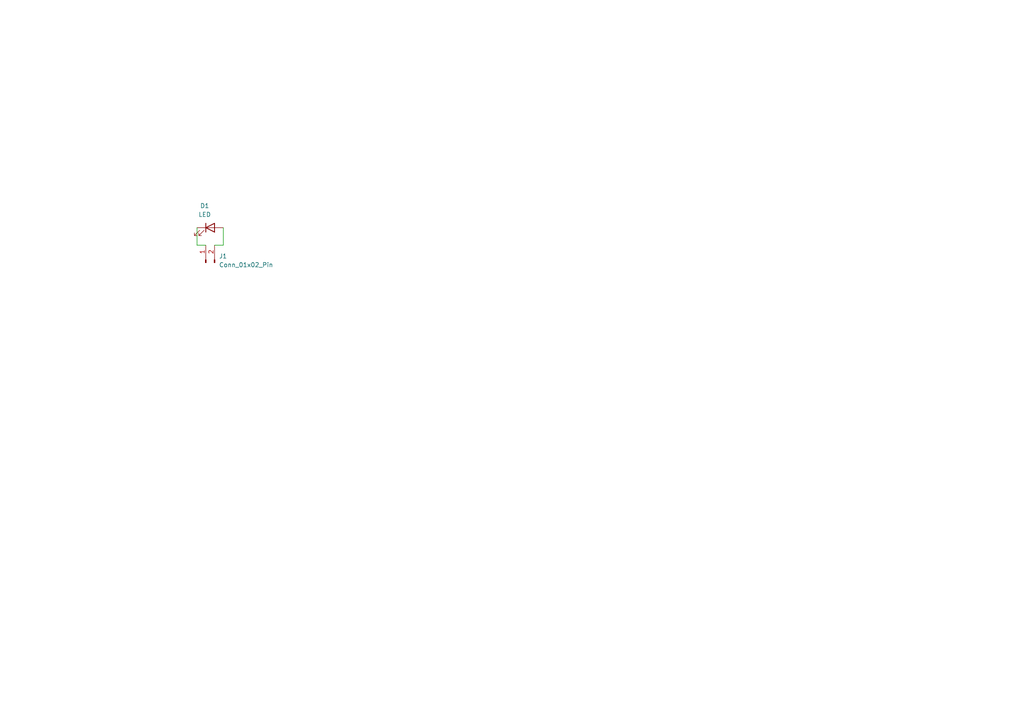
<source format=kicad_sch>
(kicad_sch
	(version 20250114)
	(generator "eeschema")
	(generator_version "9.0")
	(uuid "d648fe7d-645b-4756-a994-29f2f04a19af")
	(paper "A4")
	(lib_symbols
		(symbol "Connector:Conn_01x02_Pin"
			(pin_names
				(offset 1.016)
				(hide yes)
			)
			(exclude_from_sim no)
			(in_bom yes)
			(on_board yes)
			(property "Reference" "J"
				(at 0 2.54 0)
				(effects
					(font
						(size 1.27 1.27)
					)
				)
			)
			(property "Value" "Conn_01x02_Pin"
				(at 0 -5.08 0)
				(effects
					(font
						(size 1.27 1.27)
					)
				)
			)
			(property "Footprint" ""
				(at 0 0 0)
				(effects
					(font
						(size 1.27 1.27)
					)
					(hide yes)
				)
			)
			(property "Datasheet" "~"
				(at 0 0 0)
				(effects
					(font
						(size 1.27 1.27)
					)
					(hide yes)
				)
			)
			(property "Description" "Generic connector, single row, 01x02, script generated"
				(at 0 0 0)
				(effects
					(font
						(size 1.27 1.27)
					)
					(hide yes)
				)
			)
			(property "ki_locked" ""
				(at 0 0 0)
				(effects
					(font
						(size 1.27 1.27)
					)
				)
			)
			(property "ki_keywords" "connector"
				(at 0 0 0)
				(effects
					(font
						(size 1.27 1.27)
					)
					(hide yes)
				)
			)
			(property "ki_fp_filters" "Connector*:*_1x??_*"
				(at 0 0 0)
				(effects
					(font
						(size 1.27 1.27)
					)
					(hide yes)
				)
			)
			(symbol "Conn_01x02_Pin_1_1"
				(rectangle
					(start 0.8636 0.127)
					(end 0 -0.127)
					(stroke
						(width 0.1524)
						(type default)
					)
					(fill
						(type outline)
					)
				)
				(rectangle
					(start 0.8636 -2.413)
					(end 0 -2.667)
					(stroke
						(width 0.1524)
						(type default)
					)
					(fill
						(type outline)
					)
				)
				(polyline
					(pts
						(xy 1.27 0) (xy 0.8636 0)
					)
					(stroke
						(width 0.1524)
						(type default)
					)
					(fill
						(type none)
					)
				)
				(polyline
					(pts
						(xy 1.27 -2.54) (xy 0.8636 -2.54)
					)
					(stroke
						(width 0.1524)
						(type default)
					)
					(fill
						(type none)
					)
				)
				(pin passive line
					(at 5.08 0 180)
					(length 3.81)
					(name "Pin_1"
						(effects
							(font
								(size 1.27 1.27)
							)
						)
					)
					(number "1"
						(effects
							(font
								(size 1.27 1.27)
							)
						)
					)
				)
				(pin passive line
					(at 5.08 -2.54 180)
					(length 3.81)
					(name "Pin_2"
						(effects
							(font
								(size 1.27 1.27)
							)
						)
					)
					(number "2"
						(effects
							(font
								(size 1.27 1.27)
							)
						)
					)
				)
			)
			(embedded_fonts no)
		)
		(symbol "Device:LED"
			(pin_numbers
				(hide yes)
			)
			(pin_names
				(offset 1.016)
				(hide yes)
			)
			(exclude_from_sim no)
			(in_bom yes)
			(on_board yes)
			(property "Reference" "D"
				(at 0 2.54 0)
				(effects
					(font
						(size 1.27 1.27)
					)
				)
			)
			(property "Value" "LED"
				(at 0 -2.54 0)
				(effects
					(font
						(size 1.27 1.27)
					)
				)
			)
			(property "Footprint" ""
				(at 0 0 0)
				(effects
					(font
						(size 1.27 1.27)
					)
					(hide yes)
				)
			)
			(property "Datasheet" "~"
				(at 0 0 0)
				(effects
					(font
						(size 1.27 1.27)
					)
					(hide yes)
				)
			)
			(property "Description" "Light emitting diode"
				(at 0 0 0)
				(effects
					(font
						(size 1.27 1.27)
					)
					(hide yes)
				)
			)
			(property "Sim.Pins" "1=K 2=A"
				(at 0 0 0)
				(effects
					(font
						(size 1.27 1.27)
					)
					(hide yes)
				)
			)
			(property "ki_keywords" "LED diode"
				(at 0 0 0)
				(effects
					(font
						(size 1.27 1.27)
					)
					(hide yes)
				)
			)
			(property "ki_fp_filters" "LED* LED_SMD:* LED_THT:*"
				(at 0 0 0)
				(effects
					(font
						(size 1.27 1.27)
					)
					(hide yes)
				)
			)
			(symbol "LED_0_1"
				(polyline
					(pts
						(xy -3.048 -0.762) (xy -4.572 -2.286) (xy -3.81 -2.286) (xy -4.572 -2.286) (xy -4.572 -1.524)
					)
					(stroke
						(width 0)
						(type default)
					)
					(fill
						(type none)
					)
				)
				(polyline
					(pts
						(xy -1.778 -0.762) (xy -3.302 -2.286) (xy -2.54 -2.286) (xy -3.302 -2.286) (xy -3.302 -1.524)
					)
					(stroke
						(width 0)
						(type default)
					)
					(fill
						(type none)
					)
				)
				(polyline
					(pts
						(xy -1.27 0) (xy 1.27 0)
					)
					(stroke
						(width 0)
						(type default)
					)
					(fill
						(type none)
					)
				)
				(polyline
					(pts
						(xy -1.27 -1.27) (xy -1.27 1.27)
					)
					(stroke
						(width 0.254)
						(type default)
					)
					(fill
						(type none)
					)
				)
				(polyline
					(pts
						(xy 1.27 -1.27) (xy 1.27 1.27) (xy -1.27 0) (xy 1.27 -1.27)
					)
					(stroke
						(width 0.254)
						(type default)
					)
					(fill
						(type none)
					)
				)
			)
			(symbol "LED_1_1"
				(pin passive line
					(at -3.81 0 0)
					(length 2.54)
					(name "K"
						(effects
							(font
								(size 1.27 1.27)
							)
						)
					)
					(number "1"
						(effects
							(font
								(size 1.27 1.27)
							)
						)
					)
				)
				(pin passive line
					(at 3.81 0 180)
					(length 2.54)
					(name "A"
						(effects
							(font
								(size 1.27 1.27)
							)
						)
					)
					(number "2"
						(effects
							(font
								(size 1.27 1.27)
							)
						)
					)
				)
			)
			(embedded_fonts no)
		)
	)
	(wire
		(pts
			(xy 57.15 71.12) (xy 59.69 71.12)
		)
		(stroke
			(width 0)
			(type default)
		)
		(uuid "531de50d-e9d8-479b-920a-282ff3a86fb5")
	)
	(wire
		(pts
			(xy 62.23 71.12) (xy 64.77 71.12)
		)
		(stroke
			(width 0)
			(type default)
		)
		(uuid "ba212b9d-a301-404a-861c-88f36b6fb943")
	)
	(wire
		(pts
			(xy 64.77 71.12) (xy 64.77 66.04)
		)
		(stroke
			(width 0)
			(type default)
		)
		(uuid "c4a76548-7cb1-49b5-b9b9-a9aaaaccbf83")
	)
	(wire
		(pts
			(xy 57.15 66.04) (xy 57.15 71.12)
		)
		(stroke
			(width 0)
			(type default)
		)
		(uuid "fca1b96a-2972-4b8e-bb9d-c1e508b35552")
	)
	(symbol
		(lib_id "Device:LED")
		(at 60.96 66.04 0)
		(unit 1)
		(exclude_from_sim no)
		(in_bom yes)
		(on_board yes)
		(dnp no)
		(fields_autoplaced yes)
		(uuid "362d5330-d551-4686-a5d6-5c65f34c0d58")
		(property "Reference" "D1"
			(at 59.3725 59.69 0)
			(effects
				(font
					(size 1.27 1.27)
				)
			)
		)
		(property "Value" "LED"
			(at 59.3725 62.23 0)
			(effects
				(font
					(size 1.27 1.27)
				)
			)
		)
		(property "Footprint" "LED_THT:LED_D5.0mm"
			(at 60.96 66.04 0)
			(effects
				(font
					(size 1.27 1.27)
				)
				(hide yes)
			)
		)
		(property "Datasheet" "~"
			(at 60.96 66.04 0)
			(effects
				(font
					(size 1.27 1.27)
				)
				(hide yes)
			)
		)
		(property "Description" "Light emitting diode"
			(at 60.96 66.04 0)
			(effects
				(font
					(size 1.27 1.27)
				)
				(hide yes)
			)
		)
		(property "Sim.Pins" "1=K 2=A"
			(at 60.96 66.04 0)
			(effects
				(font
					(size 1.27 1.27)
				)
				(hide yes)
			)
		)
		(pin "1"
			(uuid "16c3c0f2-090e-4d05-9010-93859984c21b")
		)
		(pin "2"
			(uuid "3c9a0594-ba37-4c3a-bdbd-4f2e192f0bc7")
		)
		(instances
			(project ""
				(path "/d648fe7d-645b-4756-a994-29f2f04a19af"
					(reference "D1")
					(unit 1)
				)
			)
		)
	)
	(symbol
		(lib_id "Connector:Conn_01x02_Pin")
		(at 59.69 76.2 90)
		(unit 1)
		(exclude_from_sim no)
		(in_bom yes)
		(on_board yes)
		(dnp no)
		(fields_autoplaced yes)
		(uuid "40473493-fc9f-4f50-bcdb-5ed127f0e5ac")
		(property "Reference" "J1"
			(at 63.5 74.2949 90)
			(effects
				(font
					(size 1.27 1.27)
				)
				(justify right)
			)
		)
		(property "Value" "Conn_01x02_Pin"
			(at 63.5 76.8349 90)
			(effects
				(font
					(size 1.27 1.27)
				)
				(justify right)
			)
		)
		(property "Footprint" "Connector_PinHeader_1.00mm:PinHeader_1x02_P1.00mm_Vertical"
			(at 59.69 76.2 0)
			(effects
				(font
					(size 1.27 1.27)
				)
				(hide yes)
			)
		)
		(property "Datasheet" "~"
			(at 59.69 76.2 0)
			(effects
				(font
					(size 1.27 1.27)
				)
				(hide yes)
			)
		)
		(property "Description" "Generic connector, single row, 01x02, script generated"
			(at 59.69 76.2 0)
			(effects
				(font
					(size 1.27 1.27)
				)
				(hide yes)
			)
		)
		(pin "1"
			(uuid "dcc461bf-7af7-4d63-98ef-5f9f90e962cf")
		)
		(pin "2"
			(uuid "f0a16d6e-e318-4b84-8d24-4148e7a3d399")
		)
		(instances
			(project ""
				(path "/d648fe7d-645b-4756-a994-29f2f04a19af"
					(reference "J1")
					(unit 1)
				)
			)
		)
	)
	(sheet_instances
		(path "/"
			(page "1")
		)
	)
	(embedded_fonts no)
)

</source>
